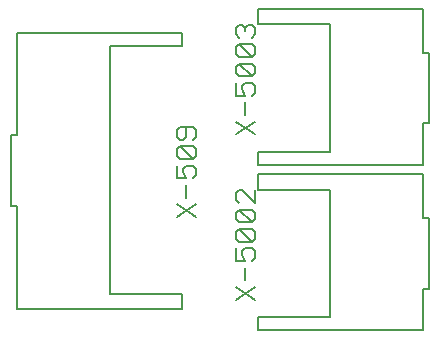
<source format=gto>
G75*
G70*
%OFA0B0*%
%FSLAX24Y24*%
%IPPOS*%
%LPD*%
%AMOC8*
5,1,8,0,0,1.08239X$1,22.5*
%
%ADD10C,0.0060*%
%ADD11C,0.0050*%
D10*
X013631Y004148D02*
X014272Y004575D01*
X013951Y004793D02*
X013951Y005220D01*
X013951Y005437D02*
X013845Y005651D01*
X013845Y005758D01*
X013951Y005864D01*
X014165Y005864D01*
X014272Y005758D01*
X014272Y005544D01*
X014165Y005437D01*
X013951Y005437D02*
X013631Y005437D01*
X013631Y005864D01*
X013738Y006082D02*
X013631Y006189D01*
X013631Y006402D01*
X013738Y006509D01*
X014165Y006082D01*
X014272Y006189D01*
X014272Y006402D01*
X014165Y006509D01*
X013738Y006509D01*
X013738Y006727D02*
X013845Y006727D01*
X013951Y006833D01*
X013951Y007154D01*
X013738Y007154D02*
X013631Y007047D01*
X013631Y006833D01*
X013738Y006727D01*
X014165Y006727D02*
X014272Y006833D01*
X014272Y007047D01*
X014165Y007154D01*
X013738Y007154D01*
X013738Y006082D02*
X014165Y006082D01*
X015600Y006904D02*
X016240Y007331D01*
X015920Y007549D02*
X015920Y007976D01*
X015920Y008193D02*
X015813Y008407D01*
X015813Y008514D01*
X015920Y008620D01*
X016134Y008620D01*
X016240Y008514D01*
X016240Y008300D01*
X016134Y008193D01*
X015920Y008193D02*
X015600Y008193D01*
X015600Y008620D01*
X015706Y008838D02*
X015600Y008945D01*
X015600Y009158D01*
X015706Y009265D01*
X016134Y008838D01*
X016240Y008945D01*
X016240Y009158D01*
X016134Y009265D01*
X015706Y009265D01*
X015706Y009482D02*
X015600Y009589D01*
X015600Y009803D01*
X015706Y009909D01*
X016134Y009482D01*
X016240Y009589D01*
X016240Y009803D01*
X016134Y009909D01*
X015706Y009909D01*
X015706Y010127D02*
X015600Y010234D01*
X015600Y010447D01*
X015706Y010554D01*
X015813Y010554D01*
X015920Y010447D01*
X016027Y010554D01*
X016134Y010554D01*
X016240Y010447D01*
X016240Y010234D01*
X016134Y010127D01*
X015920Y010340D02*
X015920Y010447D01*
X016134Y009482D02*
X015706Y009482D01*
X015706Y008838D02*
X016134Y008838D01*
X015600Y007331D02*
X016240Y006904D01*
X016240Y005042D02*
X016240Y004615D01*
X015813Y005042D01*
X015706Y005042D01*
X015600Y004935D01*
X015600Y004722D01*
X015706Y004615D01*
X015706Y004398D02*
X016134Y003971D01*
X016240Y004077D01*
X016240Y004291D01*
X016134Y004398D01*
X015706Y004398D01*
X015600Y004291D01*
X015600Y004077D01*
X015706Y003971D01*
X016134Y003971D01*
X016134Y003753D02*
X016240Y003646D01*
X016240Y003433D01*
X016134Y003326D01*
X015706Y003753D01*
X016134Y003753D01*
X015706Y003753D02*
X015600Y003646D01*
X015600Y003433D01*
X015706Y003326D01*
X016134Y003326D01*
X016134Y003109D02*
X015920Y003109D01*
X015813Y003002D01*
X015813Y002895D01*
X015920Y002682D01*
X015600Y002682D01*
X015600Y003109D01*
X016134Y003109D02*
X016240Y003002D01*
X016240Y002788D01*
X016134Y002682D01*
X015920Y002464D02*
X015920Y002037D01*
X016240Y001820D02*
X015600Y001393D01*
X015600Y001820D02*
X016240Y001393D01*
X014272Y004148D02*
X013631Y004575D01*
D11*
X008317Y004512D02*
X008121Y004512D01*
X008121Y006874D01*
X008317Y006874D01*
X008317Y010300D01*
X013829Y010300D01*
X013829Y009866D01*
X011428Y009866D01*
X011428Y001599D01*
X013829Y001599D01*
X013829Y001087D01*
X008317Y001087D01*
X008317Y004512D01*
X016349Y005063D02*
X018751Y005063D01*
X018751Y000811D01*
X016349Y000811D01*
X016349Y000378D01*
X021861Y000378D01*
X021861Y001756D01*
X022058Y001756D01*
X022058Y004118D01*
X021861Y004118D01*
X021861Y005575D01*
X016349Y005575D01*
X016349Y005063D01*
X016349Y005890D02*
X016349Y006323D01*
X018751Y006323D01*
X018751Y010575D01*
X016349Y010575D01*
X016349Y011087D01*
X021861Y011087D01*
X021861Y009630D01*
X022058Y009630D01*
X022058Y007268D01*
X021861Y007268D01*
X021861Y005890D01*
X016349Y005890D01*
M02*

</source>
